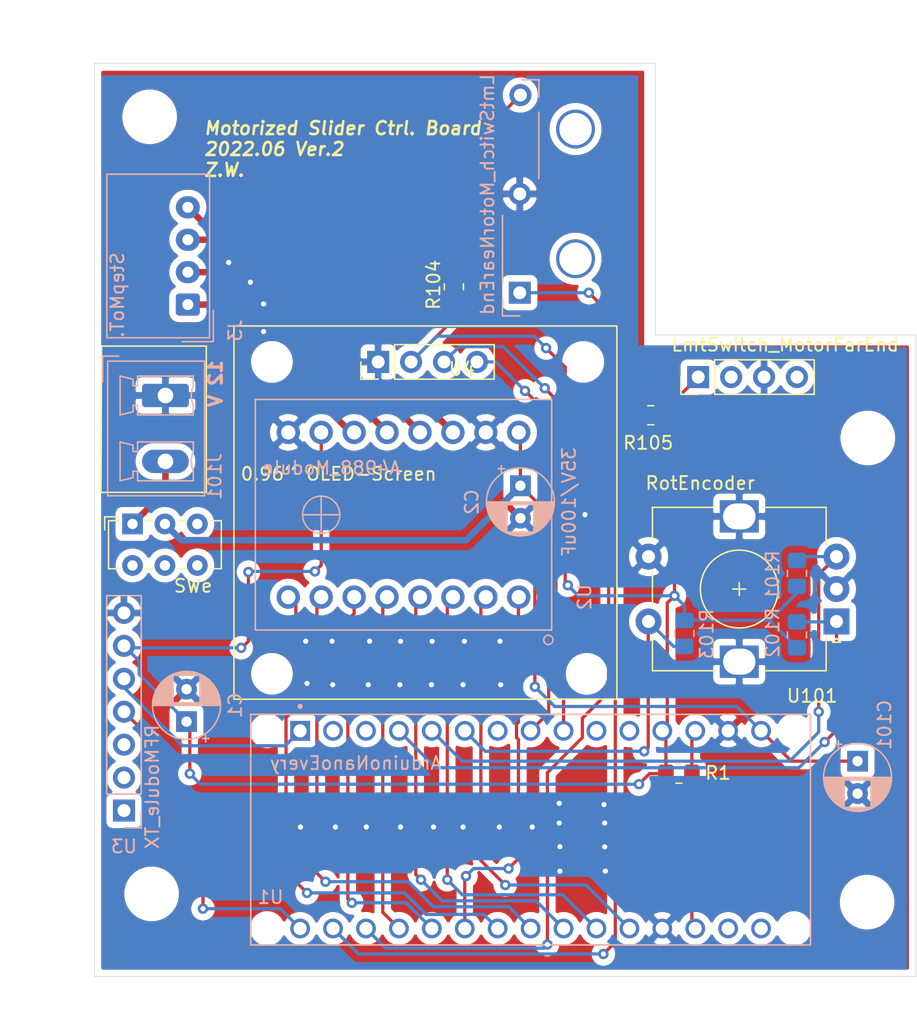
<source format=kicad_pcb>
(kicad_pcb (version 20171130) (host pcbnew "(5.1.7)-1")
  (layers (0 F.Cu signal) (31 B.Cu signal) (34 B.Paste user) (35 F.Paste user) (36 B.SilkS user) (37 F.SilkS user) (38 B.Mask user) (39 F.Mask user) (44 Edge.Cuts user))
  (net 0 "")
  (net 1 +5V)
  (net 2 GND)
  (net 3 +12V)
  (net 4 /LimSW_Near_NC)
  (net 5 /LimSW_Near_COM)
  (net 6 /LimSW_Far_NC)
  (net 7 /LimSW_Far_COM)
  (net 8 /Coil_A+)
  (net 9 /Coil_B-)
  (net 10 /Coil_B+)
  (net 11 /Coil_A-)
  (net 12 "Net-(J101-Pad2)")
  (net 13 /Encod_B)
  (net 14 /Encod_A)
  (net 15 /Encod_Btn)
  (net 16 /RFTX_Shutter)
  (net 17 /MD_RESET)
  (net 18 /MD_SLEEP)
  (net 19 /MD_EN)
  (net 20 /MD_DIR)
  (net 21 /MD_STEP)
  (net 22 /MD_MS3)
  (net 23 /MD_MS2)
  (net 24 /MD_MS1)
  (net 25 "Net-(U1-Pad17)")
  (net 26 "Net-(U1-Pad16)")
  (net 27 "Net-(U1-Pad11)")
  (net 28 "Net-(U1-Pad10)")
  (net 29 /OLED_SCL)
  (net 30 /OLED_SDA)
  (net 31 "Net-(U1-Pad7)")
  (net 32 "Net-(U1-Pad3)")
  (net 33 +3V3)
  (net 34 /RFTX_FOUCUS)
  (net 35 "Net-(U3-Pad1)")
  (net 36 "Net-(U3-Pad2)")
  (net 37 "Net-(U3-Pad3)")
  (net 38 "Net-(J103-Pad4)")
  (net 39 /~RESET)
  (module 00_Pj_Slider:Molex_SPOX_4Pol (layer B.Cu) (at 127.4064 101.0412 90)
    (fp_text reference J3 (at 2.0828 1.9812 90) (layer B.SilkS) (effects (justify mirror)))
    (fp_text value "StepMoT. " (at 4.4196 -7.112 90) (layer B.SilkS) (effects (justify mirror)))
    (pad 1 thru_hole roundrect (at 4.064 -1.6764 90) (size 1.7 1.85) (drill 0.85) (layers *.Cu *.Mask) (roundrect_rratio 0.147059) (net 11 /Coil_A-))
    (pad 3 thru_hole oval (at 9.064 -1.6764 90) (size 1.7 1.85) (drill 0.85) (layers *.Cu *.Mask) (net 10 /Coil_B+))
    (pad 4 thru_hole oval (at 11.564 -1.6764 90) (size 1.7 1.85) (drill 0.85) (layers *.Cu *.Mask) (net 9 /Coil_B-))
    (pad 2 thru_hole oval (at 6.564 -1.6764 90) (size 1.7 1.85) (drill 0.85) (layers *.Cu *.Mask) (net 8 /Coil_A+))
  )
  (module 00_Pj_Slider:LimitSwitch_3-Pin_MH-included (layer B.Cu) (at 151.638 88.4428)
    (fp_text reference J102 hide)
    (fp_text value LmtSwitch_MotorNearEnd (at -2.794 0.0508 -90) (layer B.SilkS) (effects (justify mirror)))
    (pad "" np_thru_hole oval (at 4 -5) (size 3 3) (drill 2.5) (layers *.Cu *.Mask))
    (pad "" np_thru_hole oval (at 4 5) (size 3 3) (drill 2.5) (layers *.Cu *.Mask))
    (pad 2 thru_hole oval (at -0.254 -7.62) (size 1.7 1.7) (drill 1) (layers *.Cu *.Mask) (net 4 /LimSW_Near_NC))
    (pad 1 thru_hole rect (at -0.3048 7.62) (size 1.7 1.7) (drill 1) (layers *.Cu *.Mask) (net 5 /LimSW_Near_COM))
    (pad 3 thru_hole oval (at -0.3048 0) (size 1.7 1.7) (drill 1) (layers *.Cu *.Mask) (net 2 GND))
  )
  (module 00_Pj_Slider:0.96-OLED (layer F.Cu) (at 146.8628 101.4476)
    (fp_text reference U4 (at 0 0.5) (layer F.SilkS))
    (fp_text value "0.96'' OLED-Screen" (at -9.4996 8.5852) (layer F.SilkS))
    (pad "" np_thru_hole circle (at 9.638 24) (size 2.2 2.2) (drill 2.2) (layers *.Cu *.Mask))
    (pad "" np_thru_hole circle (at -14.65 24) (size 2.2 2.2) (drill 2.2) (layers *.Cu *.Mask))
    (pad "" np_thru_hole circle (at -14.65 -0.05) (size 2.2 2.2) (drill 2.2) (layers *.Cu *.Mask))
    (pad "" np_thru_hole circle (at 9.368 -0.05) (size 2.2 2.2) (drill 2.2) (layers *.Cu *.Mask))
    (pad 3 thru_hole oval (at -1.3716 -0.0508 90) (size 1.7 1.7) (drill 1) (layers *.Cu *.Mask) (net 29 /OLED_SCL))
    (pad 4 thru_hole oval (at 1.1684 -0.0508 90) (size 1.7 1.7) (drill 1) (layers *.Cu *.Mask) (net 30 /OLED_SDA))
    (pad 1 thru_hole rect (at -6.4516 -0.0508 90) (size 1.7 1.7) (drill 1) (layers *.Cu *.Mask) (net 2 GND))
    (pad 2 thru_hole oval (at -3.9116 -0.0508 90) (size 1.7 1.7) (drill 1) (layers *.Cu *.Mask) (net 1 +5V))
  )
  (module Connector_PinHeader_2.54mm:PinHeader_1x04_P2.54mm_Vertical (layer F.Cu) (at 165.1 102.5652 90)
    (fp_text reference J103 hide)
    (fp_text value LmtSwitch_MotorFarEnd (at 2.4892 6.7056 180) (layer F.SilkS))
    (pad 4 thru_hole oval (at 0 7.62 90) (size 1.7 1.7) (drill 1) (layers *.Cu *.Mask) (net 38 "Net-(J103-Pad4)"))
    (pad 3 thru_hole oval (at 0 5.08 90) (size 1.7 1.7) (drill 1) (layers *.Cu *.Mask) (net 2 GND))
    (pad 2 thru_hole oval (at 0 2.54 90) (size 1.7 1.7) (drill 1) (layers *.Cu *.Mask) (net 6 /LimSW_Far_NC))
    (pad 1 thru_hole rect (at 0 0 90) (size 1.7 1.7) (drill 1) (layers *.Cu *.Mask) (net 7 /LimSW_Far_COM))
  )
  (module Button_Switch_THT:SW_E-Switch_EG1271_DPDT (layer F.Cu) (at 121.4628 113.8936)
    (fp_text reference SWe (at 4.6736 4.7752) (layer F.SilkS))
    (fp_text value SW_Push)
    (pad 6 thru_hole circle (at 5 3.2) (size 1.6 1.6) (drill 0.8) (layers *.Cu *.Mask))
    (pad 5 thru_hole circle (at 2.5 3.2) (size 1.6 1.6) (drill 0.8) (layers *.Cu *.Mask))
    (pad 4 thru_hole circle (at 0 3.2) (size 1.6 1.6) (drill 0.8) (layers *.Cu *.Mask))
    (pad 3 thru_hole circle (at 5 0) (size 1.6 1.6) (drill 0.8) (layers *.Cu *.Mask))
    (pad 2 thru_hole circle (at 2.5 0) (size 1.6 1.6) (drill 0.8) (layers *.Cu *.Mask) (net 3 +12V))
    (pad 1 thru_hole rect (at 0 0) (size 1.6 1.6) (drill 0.8) (layers *.Cu *.Mask) (net 12 "Net-(J101-Pad2)"))
  )
  (module Connector_PinSocket_2.54mm:PinSocket_1x07_P2.54mm_Vertical (layer B.Cu) (at 120.8024 135.9916)
    (fp_text reference U3 (at 0 2.77) (layer B.SilkS) (effects (justify mirror)))
    (fp_text value RFModule_TX (at 2.1844 -1.8288 90) (layer B.SilkS) (effects (justify mirror)))
    (pad 7 thru_hole oval (at 0 -15.24) (size 1.7 1.7) (drill 1) (layers *.Cu *.Mask) (net 2 GND))
    (pad 6 thru_hole oval (at 0 -12.7) (size 1.7 1.7) (drill 1) (layers *.Cu *.Mask) (net 1 +5V))
    (pad 5 thru_hole oval (at 0 -10.16) (size 1.7 1.7) (drill 1) (layers *.Cu *.Mask) (net 34 /RFTX_FOUCUS))
    (pad 4 thru_hole oval (at 0 -7.62) (size 1.7 1.7) (drill 1) (layers *.Cu *.Mask) (net 16 /RFTX_Shutter))
    (pad 3 thru_hole oval (at 0 -5.08) (size 1.7 1.7) (drill 1) (layers *.Cu *.Mask) (net 37 "Net-(U3-Pad3)"))
    (pad 2 thru_hole oval (at 0 -2.54) (size 1.7 1.7) (drill 1) (layers *.Cu *.Mask) (net 36 "Net-(U3-Pad2)"))
    (pad 1 thru_hole rect (at 0 0) (size 1.7 1.7) (drill 1) (layers *.Cu *.Mask) (net 35 "Net-(U3-Pad1)"))
  )
  (module MountingHole:MountingHole_3.2mm_M3 (layer F.Cu) (at 122.936 142.4178)
    (fp_text reference H101 hide)
    (fp_text value MH_PCB)
    (pad 1 np_thru_hole circle (at 0 0) (size 3.2 3.2) (drill 3.2) (layers *.Cu *.Mask))
  )
  (module Resistor_SMD:R_0805_2012Metric_Pad1.20x1.40mm_HandSolder (layer F.Cu) (at 161.4424 105.5116)
    (fp_text reference R105 (at -0.2032 2.1336 180) (layer F.SilkS))
    (fp_text value R)
    (pad 2 smd roundrect (at 1 0) (size 1.2 1.4) (layers F.Cu F.Paste F.Mask) (roundrect_rratio 0.2083325) (net 1 +5V))
    (pad 1 smd roundrect (at -1 0) (size 1.2 1.4) (layers F.Cu F.Paste F.Mask) (roundrect_rratio 0.2083325) (net 7 /LimSW_Far_COM))
  )
  (module Resistor_SMD:R_0805_2012Metric_Pad1.20x1.40mm_HandSolder (layer F.Cu) (at 163.6108 133.1468)
    (fp_text reference R1 (at 3.0132 -0.0508 -180) (layer F.SilkS))
    (fp_text value R)
    (pad 2 smd roundrect (at 1 0) (size 1.2 1.4) (layers F.Cu F.Paste F.Mask) (roundrect_rratio 0.2083325) (net 39 /~RESET))
    (pad 1 smd roundrect (at -1 0) (size 1.2 1.4) (layers F.Cu F.Paste F.Mask) (roundrect_rratio 0.2083325) (net 1 +5V))
  )
  (module Resistor_SMD:R_0805_2012Metric_Pad1.20x1.40mm_HandSolder (layer F.Cu) (at 146.2532 95.6056 270)
    (fp_text reference R104 (at -0.1524 1.5748 90) (layer F.SilkS))
    (fp_text value R)
    (pad 2 smd roundrect (at 1 0 270) (size 1.2 1.4) (layers F.Cu F.Paste F.Mask) (roundrect_rratio 0.2083325) (net 1 +5V))
    (pad 1 smd roundrect (at -1 0 270) (size 1.2 1.4) (layers F.Cu F.Paste F.Mask) (roundrect_rratio 0.2083325) (net 4 /LimSW_Near_NC))
  )
  (module Resistor_SMD:R_0805_2012Metric_Pad1.20x1.40mm_HandSolder (layer B.Cu) (at 164.0332 122.3264 270)
    (fp_text reference R103 (at 0.0508 -1.7272 270) (layer B.SilkS) (effects (justify mirror)))
    (fp_text value R)
    (pad 2 smd roundrect (at 1 0 270) (size 1.2 1.4) (layers B.Cu B.Paste B.Mask) (roundrect_rratio 0.2083325) (net 15 /Encod_Btn))
    (pad 1 smd roundrect (at -1 0 270) (size 1.2 1.4) (layers B.Cu B.Paste B.Mask) (roundrect_rratio 0.2083325) (net 1 +5V))
  )
  (module Resistor_SMD:R_0805_2012Metric_Pad1.20x1.40mm_HandSolder (layer B.Cu) (at 172.72 122.444 90)
    (fp_text reference R102 (at 0.1684 -1.8796 270) (layer B.SilkS) (effects (justify mirror)))
    (fp_text value R)
    (pad 2 smd roundrect (at 1 0 90) (size 1.2 1.4) (layers B.Cu B.Paste B.Mask) (roundrect_rratio 0.2083325) (net 14 /Encod_A))
    (pad 1 smd roundrect (at -1 0 90) (size 1.2 1.4) (layers B.Cu B.Paste B.Mask) (roundrect_rratio 0.2083325) (net 1 +5V))
  )
  (module Resistor_SMD:R_0805_2012Metric_Pad1.20x1.40mm_HandSolder (layer B.Cu) (at 172.72 117.7036 90)
    (fp_text reference R101 (at -0.1524 -1.8796 270) (layer B.SilkS) (effects (justify mirror)))
    (fp_text value R)
    (pad 2 smd roundrect (at 1 0 90) (size 1.2 1.4) (layers B.Cu B.Paste B.Mask) (roundrect_rratio 0.2083325) (net 13 /Encod_B))
    (pad 1 smd roundrect (at -1 0 90) (size 1.2 1.4) (layers B.Cu B.Paste B.Mask) (roundrect_rratio 0.2083325) (net 1 +5V))
  )
  (module Capacitor_THT:CP_Radial_D5.0mm_P2.50mm (layer B.Cu) (at 125.6284 129.1336 90)
    (fp_text reference C1 (at 1.25 3.75 270) (layer B.SilkS) (effects (justify mirror)))
    (fp_text value 10uF)
    (pad 1 thru_hole rect (at 0 0 90) (size 1.6 1.6) (drill 0.8) (layers *.Cu *.Mask) (net 1 +5V))
    (pad 2 thru_hole circle (at 2.5 0 90) (size 1.6 1.6) (drill 0.8) (layers *.Cu *.Mask) (net 2 GND))
  )
  (module Capacitor_THT:CP_Radial_D5.0mm_P2.50mm (layer B.Cu) (at 151.384 110.9472 270)
    (fp_text reference C2 (at 1.25 3.75 90) (layer B.SilkS) (effects (justify mirror)))
    (fp_text value 35V/100uF (at 1.25 -3.75 90) (layer B.SilkS) (effects (justify mirror)))
    (pad 2 thru_hole circle (at 2.5 0 270) (size 1.6 1.6) (drill 0.8) (layers *.Cu *.Mask) (net 2 GND))
    (pad 1 thru_hole rect (at 0 0 270) (size 1.6 1.6) (drill 0.8) (layers *.Cu *.Mask) (net 3 +12V))
  )
  (module Capacitor_THT:CP_Radial_D5.0mm_P2.50mm (layer B.Cu) (at 177.3936 132.1816 270)
    (fp_text reference C101 (at -2.794 -2.0828 90) (layer B.SilkS) (effects (justify mirror)))
    (fp_text value 10uF)
    (pad 1 thru_hole rect (at 0 0 270) (size 1.6 1.6) (drill 0.8) (layers *.Cu *.Mask) (net 3 +12V))
    (pad 2 thru_hole circle (at 2.5 0 270) (size 1.6 1.6) (drill 0.8) (layers *.Cu *.Mask) (net 2 GND))
  )
  (module 00_Pj_Slider:PhoenixContact_MCV_1,5_2-G-5.08_1x02_P5.08mm_Vertical (layer B.Cu) (at 124.0028 103.9876 270)
    (fp_text reference J101 (at 6.2484 -3.81 90) (layer B.SilkS) (effects (justify mirror)))
    (fp_text value Screw_Terminal_01x02)
    (pad 2 thru_hole oval (at 5.08 0 270) (size 1.8 3.6) (drill 1.2) (layers *.Cu *.Mask) (net 12 "Net-(J101-Pad2)"))
    (pad 1 thru_hole roundrect (at 0 0 270) (size 1.8 3.6) (drill 1.2) (layers *.Cu *.Mask) (roundrect_rratio 0.1388888888888889) (net 2 GND))
  )
  (module 00_Pj_Slider:MODULE_ArduinoNanoEvery (layer B.Cu) (at 152.1714 137.4648)
    (fp_text reference U1 (at -20.066 5.207) (layer B.SilkS) (effects (justify mirror)))
    (fp_text value ArduinoNanoEvery (at -13.4874 -5.1308) (layer B.SilkS) (effects (justify mirror)))
    (pad None np_thru_hole circle (at 20.32 -7.62) (size 1.651 1.651) (drill 1.651) (layers *.Cu *.Mask))
    (pad None np_thru_hole circle (at 20.32 7.62) (size 1.651 1.651) (drill 1.651) (layers *.Cu *.Mask))
    (pad None np_thru_hole circle (at -20.32 7.62) (size 1.651 1.651) (drill 1.651) (layers *.Cu *.Mask))
    (pad None np_thru_hole circle (at -20.32 -7.62) (size 1.651 1.651) (drill 1.651) (layers *.Cu *.Mask))
    (pad 30 thru_hole circle (at -17.78 7.62) (size 1.524 1.524) (drill 1.016) (layers *.Cu *.Mask) (net 16 /RFTX_Shutter))
    (pad 29 thru_hole circle (at -15.24 7.62) (size 1.524 1.524) (drill 1.016) (layers *.Cu *.Mask) (net 7 /LimSW_Far_COM))
    (pad 28 thru_hole circle (at -12.7 7.62) (size 1.524 1.524) (drill 1.016) (layers *.Cu *.Mask) (net 5 /LimSW_Near_COM))
    (pad 27 thru_hole circle (at -10.16 7.62) (size 1.524 1.524) (drill 1.016) (layers *.Cu *.Mask) (net 17 /MD_RESET))
    (pad 26 thru_hole circle (at -7.62 7.62) (size 1.524 1.524) (drill 1.016) (layers *.Cu *.Mask) (net 18 /MD_SLEEP))
    (pad 25 thru_hole circle (at -5.08 7.62) (size 1.524 1.524) (drill 1.016) (layers *.Cu *.Mask) (net 19 /MD_EN))
    (pad 24 thru_hole circle (at -2.54 7.62) (size 1.524 1.524) (drill 1.016) (layers *.Cu *.Mask) (net 20 /MD_DIR))
    (pad 23 thru_hole circle (at 0 7.62) (size 1.524 1.524) (drill 1.016) (layers *.Cu *.Mask) (net 21 /MD_STEP))
    (pad 22 thru_hole circle (at 2.54 7.62) (size 1.524 1.524) (drill 1.016) (layers *.Cu *.Mask) (net 22 /MD_MS3))
    (pad 21 thru_hole circle (at 5.08 7.62) (size 1.524 1.524) (drill 1.016) (layers *.Cu *.Mask) (net 23 /MD_MS2))
    (pad 20 thru_hole circle (at 7.62 7.62) (size 1.524 1.524) (drill 1.016) (layers *.Cu *.Mask) (net 24 /MD_MS1))
    (pad 19 thru_hole circle (at 10.16 7.62) (size 1.524 1.524) (drill 1.016) (layers *.Cu *.Mask) (net 2 GND))
    (pad 18 thru_hole circle (at 12.7 7.62) (size 1.524 1.524) (drill 1.016) (layers *.Cu *.Mask) (net 39 /~RESET))
    (pad 17 thru_hole circle (at 15.24 7.62) (size 1.524 1.524) (drill 1.016) (layers *.Cu *.Mask) (net 25 "Net-(U1-Pad17)"))
    (pad 16 thru_hole circle (at 17.78 7.62) (size 1.524 1.524) (drill 1.016) (layers *.Cu *.Mask) (net 26 "Net-(U1-Pad16)"))
    (pad 15 thru_hole circle (at 17.78 -7.62) (size 1.524 1.524) (drill 1.016) (layers *.Cu *.Mask) (net 3 +12V))
    (pad 14 thru_hole circle (at 15.24 -7.62) (size 1.524 1.524) (drill 1.016) (layers *.Cu *.Mask) (net 2 GND))
    (pad 13 thru_hole circle (at 12.7 -7.62) (size 1.524 1.524) (drill 1.016) (layers *.Cu *.Mask) (net 39 /~RESET))
    (pad 12 thru_hole circle (at 10.16 -7.62) (size 1.524 1.524) (drill 1.016) (layers *.Cu *.Mask) (net 1 +5V))
    (pad 11 thru_hole circle (at 7.62 -7.62) (size 1.524 1.524) (drill 1.016) (layers *.Cu *.Mask) (net 27 "Net-(U1-Pad11)"))
    (pad 10 thru_hole circle (at 5.08 -7.62) (size 1.524 1.524) (drill 1.016) (layers *.Cu *.Mask) (net 28 "Net-(U1-Pad10)"))
    (pad 9 thru_hole circle (at 2.54 -7.62) (size 1.524 1.524) (drill 1.016) (layers *.Cu *.Mask) (net 29 /OLED_SCL))
    (pad 8 thru_hole circle (at 0 -7.62) (size 1.524 1.524) (drill 1.016) (layers *.Cu *.Mask) (net 30 /OLED_SDA))
    (pad 7 thru_hole circle (at -2.54 -7.62) (size 1.524 1.524) (drill 1.016) (layers *.Cu *.Mask) (net 31 "Net-(U1-Pad7)"))
    (pad 6 thru_hole circle (at -5.08 -7.62) (size 1.524 1.524) (drill 1.016) (layers *.Cu *.Mask) (net 15 /Encod_Btn))
    (pad 5 thru_hole circle (at -7.62 -7.62) (size 1.524 1.524) (drill 1.016) (layers *.Cu *.Mask) (net 13 /Encod_B))
    (pad 4 thru_hole circle (at -10.16 -7.62) (size 1.524 1.524) (drill 1.016) (layers *.Cu *.Mask) (net 14 /Encod_A))
    (pad 3 thru_hole circle (at -12.7 -7.62) (size 1.524 1.524) (drill 1.016) (layers *.Cu *.Mask) (net 32 "Net-(U1-Pad3)"))
    (pad 2 thru_hole circle (at -15.24 -7.62) (size 1.524 1.524) (drill 1.016) (layers *.Cu *.Mask) (net 33 +3V3))
    (pad 1 thru_hole rect (at -17.78 -7.62) (size 1.524 1.524) (drill 1.016) (layers *.Cu *.Mask) (net 34 /RFTX_FOUCUS))
  )
  (module 00_Pj_Slider:Module_A4988 (layer B.Cu) (at 153.797 111.9124 90)
    (fp_text reference U2 (at -7.62 2.54 270) (layer B.SilkS) (effects (justify mirror)))
    (fp_text value A4988_Module (at 2.3368 -16.9926) (layer B.SilkS) (effects (justify mirror)))
    (pad 1 thru_hole circle (at -7.62 -2.54 90) (size 1.8 1.8) (drill 1.1) (layers *.Cu *.Mask) (net 19 /MD_EN))
    (pad 2 thru_hole circle (at -7.62 -5.08 90) (size 1.8 1.8) (drill 1.1) (layers *.Cu *.Mask) (net 24 /MD_MS1))
    (pad 3 thru_hole circle (at -7.62 -7.62 90) (size 1.8 1.8) (drill 1.1) (layers *.Cu *.Mask) (net 23 /MD_MS2))
    (pad 4 thru_hole circle (at -7.62 -10.16 90) (size 1.8 1.8) (drill 1.1) (layers *.Cu *.Mask) (net 22 /MD_MS3))
    (pad 5 thru_hole circle (at -7.62 -12.7 90) (size 1.8 1.8) (drill 1.1) (layers *.Cu *.Mask) (net 17 /MD_RESET))
    (pad 6 thru_hole circle (at -7.62 -15.24 90) (size 1.8 1.8) (drill 1.1) (layers *.Cu *.Mask) (net 18 /MD_SLEEP))
    (pad 7 thru_hole circle (at -7.62 -17.78 90) (size 1.8 1.8) (drill 1.1) (layers *.Cu *.Mask) (net 21 /MD_STEP))
    (pad 8 thru_hole circle (at -7.62 -20.32 90) (size 1.8 1.8) (drill 1.1) (layers *.Cu *.Mask) (net 20 /MD_DIR))
    (pad 9 thru_hole circle (at 5.08 -20.32 90) (size 1.8 1.8) (drill 1.1) (layers *.Cu *.Mask) (net 2 GND))
    (pad 10 thru_hole circle (at 5.08 -17.78 90) (size 1.8 1.8) (drill 1.1) (layers *.Cu *.Mask) (net 1 +5V))
    (pad 11 thru_hole circle (at 5.08 -15.24 90) (size 1.8 1.8) (drill 1.1) (layers *.Cu *.Mask) (net 11 /Coil_A-))
    (pad 12 thru_hole circle (at 5.08 -12.7 90) (size 1.8 1.8) (drill 1.1) (layers *.Cu *.Mask) (net 8 /Coil_A+))
    (pad 13 thru_hole circle (at 5.08 -10.16 90) (size 1.8 1.8) (drill 1.1) (layers *.Cu *.Mask) (net 10 /Coil_B+))
    (pad 14 thru_hole circle (at 5.08 -7.62 90) (size 1.8 1.8) (drill 1.1) (layers *.Cu *.Mask) (net 9 /Coil_B-))
    (pad 15 thru_hole circle (at 5.08 -5.08 90) (size 1.8 1.8) (drill 1.1) (layers *.Cu *.Mask) (net 2 GND))
    (pad 16 thru_hole circle (at 5.08 -2.54 90) (size 1.8 1.8) (drill 1.1) (layers *.Cu *.Mask) (net 3 +12V))
  )
  (module 00_Pj_Slider:RotEncoder (layer F.Cu) (at 168.3004 118.9228 180)
    (fp_text reference U101 (at -5.588 -8.2296) (layer F.SilkS))
    (fp_text value RotEncoder (at 3.048 8.1788) (layer F.SilkS))
    (pad S1 thru_hole circle (at 7.0324 -2.4892 180) (size 2 2) (drill 1) (layers *.Cu *.Mask) (net 15 /Encod_Btn))
    (pad A thru_hole rect (at -7.4676 -2.4892 180) (size 2 2) (drill 1) (layers *.Cu *.Mask) (net 14 /Encod_A))
    (pad C thru_hole circle (at -7.4676 0.0108 180) (size 2 2) (drill 1) (layers *.Cu *.Mask) (net 2 GND))
    (pad Shield thru_hole rect (at 0.0324 5.6108 180) (size 3 2.5) (drill oval 2.5 2) (layers *.Cu *.Mask) (net 2 GND))
    (pad B thru_hole circle (at -7.4676 2.5108 180) (size 2 2) (drill 1) (layers *.Cu *.Mask) (net 13 /Encod_B))
    (pad Shield thru_hole rect (at 0.0324 -5.5892 180) (size 3 2.5) (drill oval 2.5 2) (layers *.Cu *.Mask) (net 2 GND))
    (pad S2 thru_hole circle (at 7.0324 2.5108 180) (size 2 2) (drill 1) (layers *.Cu *.Mask) (net 2 GND))
  )
  (module MountingHole:MountingHole_3.2mm_M3 (layer F.Cu) (at 178.1302 143.0528)
    (fp_text reference H102 hide)
    (fp_text value MH_PCB)
    (pad 1 np_thru_hole circle (at 0 0) (size 3.2 3.2) (drill 3.2) (layers *.Cu *.Mask))
  )
  (module MountingHole:MountingHole_3.2mm_M3 (layer F.Cu) (at 178.181 107.2642)
    (fp_text reference H103 hide)
    (fp_text value MH_PCB)
    (pad 1 np_thru_hole circle (at 0 0) (size 3.2 3.2) (drill 3.2) (layers *.Cu *.Mask))
  )
  (module MountingHole:MountingHole_3.2mm_M3 (layer F.Cu) (at 122.7836 82.4992)
    (fp_text reference H104 hide)
    (fp_text value MH_PCB)
    (pad 1 np_thru_hole circle (at 0 0) (size 3.2 3.2) (drill 3.2) (layers *.Cu *.Mask))
  )
  (gr_line (start 119.0752 100.1776) (end 119.0244 111.4552) (layer F.SilkS) (width 0.12))
  (gr_line (start 127.1524 111.4552) (end 119.0244 111.4552) (layer F.SilkS) (width 0.12))
  (gr_line (start 127.1524 100.1776) (end 127.1524 111.4552) (layer F.SilkS) (width 0.12))
  (gr_line (start 119.0752 100.1776) (end 127.1524 100.1776) (layer F.SilkS) (width 0.12))
  (gr_text "Motorized Slider Ctrl. Board\n2022.06 Ver.2\nZ.W." (at 126.8984 84.9884) (layer F.SilkS) (effects (font (size 1 1) (thickness 0.2) italic) (justify left)))
  (gr_text "12 V" (at 127.8636 103.0732 90) (layer B.SilkS) (effects (font (size 1 1) (thickness 0.25)) (justify mirror)))
  (gr_line (start 158.8262 98.6282) (end 129.286 98.6282) (layer F.SilkS) (width 0.12))
  (gr_line (start 158.8262 127.4064) (end 158.8262 98.6282) (layer F.SilkS) (width 0.12))
  (gr_line (start 129.286 127.4064) (end 158.8262 127.4064) (layer F.SilkS) (width 0.12))
  (gr_line (start 129.286 98.6282) (end 129.286 127.4064) (layer F.SilkS) (width 0.12))
  (gr_line (start 161.798 78.359) (end 118.5164 78.359) (layer Edge.Cuts) (width 0.05))
  (gr_line (start 161.798 99.314) (end 161.798 78.359) (layer Edge.Cuts) (width 0.05))
  (gr_line (start 181.8894 99.314) (end 161.798 99.314) (layer Edge.Cuts) (width 0.05))
  (gr_line (start 181.8894 148.7932) (end 181.8894 99.314) (layer Edge.Cuts) (width 0.05))
  (gr_line (start 118.5164 148.7932) (end 181.8894 148.7932) (layer Edge.Cuts) (width 0.05))
  (gr_line (start 118.5164 78.359) (end 118.5164 148.7932) (layer Edge.Cuts) (width 0.05))
  (segment (start 170.6024 121.3264) (end 172.72 123.444) (width 0.25) (layer B.Cu) (net 1))
  (segment (start 164.0332 121.3264) (end 170.6024 121.3264) (width 0.25) (layer B.Cu) (net 1))
  (segment (start 172.72 119.2088) (end 170.6024 121.3264) (width 0.25) (layer B.Cu) (net 1))
  (segment (start 172.72 118.7036) (end 172.72 119.2088) (width 0.25) (layer B.Cu) (net 1))
  (via (at 125.8824 133.1468) (size 0.8) (drill 0.4) (layers F.Cu B.Cu) (net 1))
  (segment (start 136.017 106.8324) (end 136.017 116.967) (width 0.25) (layer F.Cu) (net 1))
  (via (at 135.5344 117.5512) (size 0.8) (drill 0.4) (layers F.Cu B.Cu) (net 1))
  (segment (start 136.017 117.0686) (end 135.5344 117.5512) (width 0.25) (layer F.Cu) (net 1))
  (segment (start 136.017 116.967) (end 136.017 117.0686) (width 0.25) (layer F.Cu) (net 1))
  (via (at 130.4036 117.602) (size 0.8) (drill 0.4) (layers F.Cu B.Cu) (net 1))
  (segment (start 135.5344 117.5512) (end 130.4544 117.5512) (width 0.25) (layer B.Cu) (net 1))
  (segment (start 130.4544 117.5512) (end 130.4036 117.602) (width 0.25) (layer B.Cu) (net 1))
  (via (at 153.3652 100.33) (size 0.8) (drill 0.4) (layers F.Cu B.Cu) (net 1))
  (via (at 163.2712 119.430804) (size 0.8) (drill 0.4) (layers F.Cu B.Cu) (net 1))
  (segment (start 163.0424 105.5116) (end 163.2712 105.7404) (width 0.25) (layer F.Cu) (net 1))
  (segment (start 164.0332 120.192804) (end 163.2712 119.430804) (width 0.25) (layer B.Cu) (net 1))
  (segment (start 164.0332 121.3264) (end 164.0332 120.192804) (width 0.25) (layer B.Cu) (net 1))
  (segment (start 162.4424 105.5116) (end 163.0424 105.5116) (width 0.25) (layer F.Cu) (net 1))
  (segment (start 163.2712 105.7404) (end 163.2712 119.430804) (width 0.25) (layer F.Cu) (net 1))
  (segment (start 152.4508 99.4156) (end 153.3652 100.33) (width 0.25) (layer B.Cu) (net 1))
  (segment (start 144.9324 99.4156) (end 152.4508 99.4156) (width 0.25) (layer B.Cu) (net 1))
  (segment (start 142.9512 101.3968) (end 144.9324 99.4156) (width 0.25) (layer B.Cu) (net 1))
  (via (at 155.0416 118.618) (size 0.8) (drill 0.4) (layers F.Cu B.Cu) (net 1))
  (segment (start 163.2712 119.430804) (end 155.854404 119.430804) (width 0.25) (layer B.Cu) (net 1))
  (segment (start 155.854404 119.430804) (end 155.0416 118.618) (width 0.25) (layer B.Cu) (net 1))
  (segment (start 162.6108 130.1242) (end 162.3314 129.8448) (width 0.25) (layer F.Cu) (net 1))
  (segment (start 162.6108 133.1468) (end 162.6108 130.1242) (width 0.25) (layer F.Cu) (net 1))
  (segment (start 162.7124 119.989604) (end 163.2712 119.430804) (width 0.25) (layer F.Cu) (net 1))
  (segment (start 162.7124 129.4638) (end 162.7124 119.989604) (width 0.25) (layer F.Cu) (net 1))
  (segment (start 162.3314 129.8448) (end 162.7124 129.4638) (width 0.25) (layer F.Cu) (net 1))
  (via (at 160.528 133.9596) (size 0.8) (drill 0.4) (layers F.Cu B.Cu) (net 1))
  (segment (start 162.6108 133.1468) (end 161.3408 133.1468) (width 0.25) (layer F.Cu) (net 1))
  (segment (start 161.3408 133.1468) (end 160.528 133.9596) (width 0.25) (layer F.Cu) (net 1))
  (segment (start 126.6952 133.9596) (end 160.528 133.9596) (width 0.25) (layer B.Cu) (net 1))
  (segment (start 125.8824 133.1468) (end 126.6952 133.9596) (width 0.25) (layer B.Cu) (net 1))
  (segment (start 146.2532 98.0948) (end 146.2532 96.6056) (width 0.25) (layer F.Cu) (net 1))
  (segment (start 142.9512 101.3968) (end 146.2532 98.0948) (width 0.25) (layer F.Cu) (net 1))
  (segment (start 121.977401 125.482601) (end 125.6284 129.1336) (width 0.25) (layer B.Cu) (net 1))
  (segment (start 121.977401 124.466601) (end 121.977401 125.482601) (width 0.25) (layer B.Cu) (net 1))
  (segment (start 120.8024 123.2916) (end 121.977401 124.466601) (width 0.25) (layer B.Cu) (net 1))
  (segment (start 125.8824 129.3876) (end 125.6284 129.1336) (width 0.25) (layer F.Cu) (net 1))
  (segment (start 125.8824 133.1468) (end 125.8824 129.3876) (width 0.25) (layer F.Cu) (net 1))
  (segment (start 154.8384 101.8032) (end 154.8384 118.4148) (width 0.25) (layer F.Cu) (net 1))
  (segment (start 154.8384 118.4148) (end 155.0416 118.618) (width 0.25) (layer F.Cu) (net 1))
  (segment (start 153.3652 100.33) (end 154.8384 101.8032) (width 0.25) (layer F.Cu) (net 1))
  (segment (start 130.4036 117.602) (end 130.4036 122.936) (width 0.25) (layer F.Cu) (net 1))
  (via (at 129.8448 123.444) (size 0.8) (drill 0.4) (layers F.Cu B.Cu) (net 1))
  (segment (start 129.8956 123.444) (end 129.8448 123.444) (width 0.25) (layer F.Cu) (net 1))
  (segment (start 130.4036 122.936) (end 129.8956 123.444) (width 0.25) (layer F.Cu) (net 1))
  (segment (start 120.9548 123.444) (end 120.8024 123.2916) (width 0.25) (layer B.Cu) (net 1))
  (segment (start 129.8448 123.444) (end 120.9548 123.444) (width 0.25) (layer B.Cu) (net 1))
  (segment (start 148.7824 106.8978) (end 148.717 106.8324) (width 0.5) (layer F.Cu) (net 2))
  (via (at 156.3624 113.1824) (size 0.8) (drill 0.4) (layers F.Cu B.Cu) (net 2))
  (via (at 128.8796 93.726) (size 0.8) (drill 0.4) (layers F.Cu B.Cu) (net 2))
  (via (at 130.556 95.25) (size 0.8) (drill 0.4) (layers F.Cu B.Cu) (net 2))
  (via (at 131.572 96.9264) (size 0.8) (drill 0.4) (layers F.Cu B.Cu) (net 2))
  (via (at 131.572 99.06) (size 0.8) (drill 0.4) (layers F.Cu B.Cu) (net 2))
  (via (at 137.1092 137.2616) (size 0.8) (drill 0.4) (layers F.Cu B.Cu) (net 2))
  (via (at 139.4968 137.2616) (size 0.8) (drill 0.4) (layers F.Cu B.Cu) (net 2))
  (via (at 142.1384 137.2616) (size 0.8) (drill 0.4) (layers F.Cu B.Cu) (net 2))
  (via (at 144.6784 137.2616) (size 0.8) (drill 0.4) (layers F.Cu B.Cu) (net 2))
  (via (at 146.9644 137.2616) (size 0.8) (drill 0.4) (layers F.Cu B.Cu) (net 2))
  (via (at 149.7584 137.2616) (size 0.8) (drill 0.4) (layers F.Cu B.Cu) (net 2))
  (via (at 152.2984 137.2616) (size 0.8) (drill 0.4) (layers F.Cu B.Cu) (net 2))
  (via (at 136.8552 122.936) (size 0.8) (drill 0.4) (layers F.Cu B.Cu) (net 2))
  (via (at 136.906 126.2888) (size 0.8) (drill 0.4) (layers F.Cu B.Cu) (net 2))
  (via (at 139.7508 122.936) (size 0.8) (drill 0.4) (layers F.Cu B.Cu) (net 2))
  (via (at 139.6492 126.2888) (size 0.8) (drill 0.4) (layers F.Cu B.Cu) (net 2))
  (via (at 142.1384 122.936) (size 0.8) (drill 0.4) (layers F.Cu B.Cu) (net 2))
  (via (at 142.0876 126.2888) (size 0.8) (drill 0.4) (layers F.Cu B.Cu) (net 2))
  (via (at 144.5768 122.936) (size 0.8) (drill 0.4) (layers F.Cu B.Cu) (net 2))
  (via (at 144.526 126.2888) (size 0.8) (drill 0.4) (layers F.Cu B.Cu) (net 2))
  (via (at 147.066 122.936) (size 0.8) (drill 0.4) (layers F.Cu B.Cu) (net 2))
  (via (at 146.9644 126.2888) (size 0.8) (drill 0.4) (layers F.Cu B.Cu) (net 2))
  (via (at 149.8092 122.936) (size 0.8) (drill 0.4) (layers F.Cu B.Cu) (net 2))
  (via (at 149.86 126.2888) (size 0.8) (drill 0.4) (layers F.Cu B.Cu) (net 2))
  (via (at 157.8356 135.5344) (size 0.8) (drill 0.4) (layers F.Cu B.Cu) (net 2))
  (via (at 157.8864 136.9568) (size 0.8) (drill 0.4) (layers F.Cu B.Cu) (net 2))
  (via (at 157.8864 138.7856) (size 0.8) (drill 0.4) (layers F.Cu B.Cu) (net 2))
  (via (at 157.9372 140.6652) (size 0.8) (drill 0.4) (layers F.Cu B.Cu) (net 2))
  (via (at 154.3812 135.4328) (size 0.8) (drill 0.4) (layers F.Cu B.Cu) (net 2))
  (via (at 154.3812 136.9568) (size 0.8) (drill 0.4) (layers F.Cu B.Cu) (net 2))
  (via (at 154.432 138.7856) (size 0.8) (drill 0.4) (layers F.Cu B.Cu) (net 2))
  (via (at 154.432 140.6652) (size 0.8) (drill 0.4) (layers F.Cu B.Cu) (net 2))
  (via (at 134.8232 122.936) (size 0.8) (drill 0.4) (layers F.Cu B.Cu) (net 2))
  (via (at 134.9248 126.1872) (size 0.8) (drill 0.4) (layers F.Cu B.Cu) (net 2))
  (via (at 134.4168 137.2616) (size 0.8) (drill 0.4) (layers F.Cu B.Cu) (net 2))
  (segment (start 172.2882 132.1816) (end 169.9514 129.8448) (width 0.25) (layer F.Cu) (net 3))
  (segment (start 177.3936 132.1816) (end 172.2882 132.1816) (width 0.25) (layer F.Cu) (net 3))
  (segment (start 147.187599 115.143601) (end 151.384 110.9472) (width 0.5) (layer B.Cu) (net 3))
  (segment (start 125.212801 115.143601) (end 147.187599 115.143601) (width 0.5) (layer B.Cu) (net 3))
  (segment (start 123.9628 113.8936) (end 125.212801 115.143601) (width 0.5) (layer B.Cu) (net 3))
  (segment (start 151.384 106.9594) (end 151.257 106.8324) (width 0.25) (layer F.Cu) (net 3))
  (segment (start 151.384 110.9472) (end 151.384 106.9594) (width 0.25) (layer F.Cu) (net 3))
  (segment (start 169.9514 129.8448) (end 168.0718 127.9652) (width 0.25) (layer B.Cu) (net 3))
  (via (at 152.5016 126.4412) (size 0.8) (drill 0.4) (layers F.Cu B.Cu) (net 3))
  (segment (start 154.0256 127.9652) (end 152.5016 126.4412) (width 0.25) (layer B.Cu) (net 3))
  (segment (start 168.0718 127.9652) (end 154.0256 127.9652) (width 0.25) (layer B.Cu) (net 3))
  (segment (start 152.509001 112.907199) (end 152.5016 112.899798) (width 0.25) (layer F.Cu) (net 3))
  (segment (start 152.509001 113.987201) (end 152.509001 112.907199) (width 0.25) (layer F.Cu) (net 3))
  (segment (start 152.5016 112.0648) (end 151.384 110.9472) (width 0.25) (layer F.Cu) (net 3))
  (segment (start 152.5016 113.994602) (end 152.509001 113.987201) (width 0.25) (layer F.Cu) (net 3))
  (segment (start 152.5016 112.899798) (end 152.5016 112.0648) (width 0.25) (layer F.Cu) (net 3))
  (segment (start 152.5016 126.4412) (end 152.5016 113.994602) (width 0.25) (layer F.Cu) (net 3))
  (segment (start 148.1836 84.0232) (end 151.384 80.8228) (width 0.25) (layer F.Cu) (net 4))
  (segment (start 147.7772 84.4296) (end 148.1836 84.0232) (width 0.25) (layer F.Cu) (net 4))
  (segment (start 147.7772 93.0816) (end 147.7772 84.4296) (width 0.25) (layer F.Cu) (net 4))
  (segment (start 146.2532 94.6056) (end 147.7772 93.0816) (width 0.25) (layer F.Cu) (net 4))
  (segment (start 139.4714 145.0848) (end 140.98719 146.60059) (width 0.25) (layer B.Cu) (net 5))
  (via (at 153.4668 146.3256) (size 0.8) (drill 0.4) (layers F.Cu B.Cu) (net 5))
  (segment (start 153.19181 146.60059) (end 153.4668 146.3256) (width 0.25) (layer B.Cu) (net 5))
  (segment (start 140.98719 146.60059) (end 153.19181 146.60059) (width 0.25) (layer B.Cu) (net 5))
  (via (at 156.6672 96.0628) (size 0.8) (drill 0.4) (layers F.Cu B.Cu) (net 5))
  (segment (start 156.6672 96.0628) (end 151.3332 96.0628) (width 0.25) (layer B.Cu) (net 5))
  (segment (start 158.1912 97.5868) (end 156.6672 96.0628) (width 0.25) (layer F.Cu) (net 5))
  (segment (start 158.1912 126.8476) (end 158.1912 97.5868) (width 0.25) (layer F.Cu) (net 5))
  (segment (start 156.164399 128.874401) (end 158.1912 126.8476) (width 0.25) (layer F.Cu) (net 5))
  (segment (start 156.164399 130.366561) (end 156.164399 128.874401) (width 0.25) (layer F.Cu) (net 5))
  (segment (start 153.4668 133.06416) (end 156.164399 130.366561) (width 0.25) (layer F.Cu) (net 5))
  (segment (start 153.4668 146.3256) (end 153.4668 133.06416) (width 0.25) (layer F.Cu) (net 5))
  (via (at 157.7848 147.0506) (size 0.8) (drill 0.4) (layers F.Cu B.Cu) (net 7))
  (segment (start 158.704399 146.131001) (end 157.7848 147.0506) (width 0.25) (layer F.Cu) (net 7))
  (segment (start 158.704399 107.249601) (end 158.704399 146.131001) (width 0.25) (layer F.Cu) (net 7))
  (segment (start 160.4424 105.5116) (end 158.704399 107.249601) (width 0.25) (layer F.Cu) (net 7))
  (segment (start 138.8972 147.0506) (end 136.9314 145.0848) (width 0.25) (layer B.Cu) (net 7))
  (segment (start 157.7848 147.0506) (end 138.8972 147.0506) (width 0.25) (layer B.Cu) (net 7))
  (segment (start 163.17861 104.48659) (end 165.1 102.5652) (width 0.25) (layer F.Cu) (net 7))
  (segment (start 161.46741 104.48659) (end 163.17861 104.48659) (width 0.25) (layer F.Cu) (net 7))
  (segment (start 160.4424 105.5116) (end 161.46741 104.48659) (width 0.25) (layer F.Cu) (net 7))
  (segment (start 137.5664 105.1052) (end 139.3698 105.1052) (width 0.5) (layer F.Cu) (net 8))
  (segment (start 136.558022 104.096822) (end 137.5664 105.1052) (width 0.5) (layer F.Cu) (net 8))
  (segment (start 139.3698 105.1052) (end 141.097 106.8324) (width 0.5) (layer F.Cu) (net 8))
  (segment (start 129.94981 101.85741) (end 132.189222 104.096822) (width 0.5) (layer F.Cu) (net 8))
  (segment (start 129.94981 97.03141) (end 129.94981 101.85741) (width 0.5) (layer F.Cu) (net 8))
  (segment (start 132.189222 104.096822) (end 136.558022 104.096822) (width 0.5) (layer F.Cu) (net 8))
  (segment (start 127.3956 94.4772) (end 129.94981 97.03141) (width 0.5) (layer F.Cu) (net 8))
  (segment (start 125.73 94.4772) (end 127.3956 94.4772) (width 0.5) (layer F.Cu) (net 8))
  (segment (start 127.2864 91.0336) (end 125.73 89.4772) (width 0.5) (layer F.Cu) (net 9))
  (segment (start 130.048 91.0336) (end 127.2864 91.0336) (width 0.5) (layer F.Cu) (net 9))
  (segment (start 133.9596 94.9452) (end 130.048 91.0336) (width 0.5) (layer F.Cu) (net 9))
  (segment (start 133.9596 99.1616) (end 133.9596 94.9452) (width 0.5) (layer F.Cu) (net 9))
  (segment (start 138.3792 103.5812) (end 133.9596 99.1616) (width 0.5) (layer F.Cu) (net 9))
  (segment (start 142.9258 103.5812) (end 138.3792 103.5812) (width 0.5) (layer F.Cu) (net 9))
  (segment (start 146.177 106.8324) (end 142.9258 103.5812) (width 0.5) (layer F.Cu) (net 9))
  (segment (start 143.637 106.8324) (end 141.085811 104.281211) (width 0.5) (layer F.Cu) (net 10))
  (segment (start 141.085811 104.281211) (end 138.089246 104.281211) (width 0.5) (layer F.Cu) (net 10))
  (segment (start 133.1976 95.175) (end 129.9998 91.9772) (width 0.5) (layer F.Cu) (net 10))
  (segment (start 138.089246 104.281211) (end 133.1976 99.389565) (width 0.5) (layer F.Cu) (net 10))
  (segment (start 133.1976 99.389565) (end 133.1976 95.175) (width 0.5) (layer F.Cu) (net 10))
  (segment (start 129.9998 91.9772) (end 128.5748 91.9772) (width 0.5) (layer F.Cu) (net 10))
  (segment (start 128.5748 91.9772) (end 125.73 91.9772) (width 0.5) (layer F.Cu) (net 10))
  (segment (start 129.0828 97.4852) (end 128.5748 96.9772) (width 0.5) (layer F.Cu) (net 11))
  (segment (start 129.0828 102.2604) (end 129.0828 97.4852) (width 0.5) (layer F.Cu) (net 11))
  (segment (start 131.619233 104.796833) (end 129.0828 102.2604) (width 0.5) (layer F.Cu) (net 11))
  (segment (start 136.268069 104.796833) (end 131.619233 104.796833) (width 0.5) (layer F.Cu) (net 11))
  (segment (start 138.303636 106.8324) (end 136.268069 104.796833) (width 0.5) (layer F.Cu) (net 11))
  (segment (start 138.557 106.8324) (end 138.303636 106.8324) (width 0.5) (layer F.Cu) (net 11))
  (segment (start 128.5748 96.9772) (end 125.73 96.9772) (width 0.5) (layer F.Cu) (net 11))
  (segment (start 124.0028 111.3536) (end 121.4628 113.8936) (width 0.5) (layer F.Cu) (net 12))
  (segment (start 124.0028 109.0676) (end 124.0028 111.3536) (width 0.5) (layer F.Cu) (net 12))
  (segment (start 175.768 116.412) (end 174.3964 117.7836) (width 0.25) (layer F.Cu) (net 13))
  (segment (start 174.3964 117.7836) (end 174.3964 128.3716) (width 0.25) (layer F.Cu) (net 13))
  (via (at 174.3964 128.3716) (size 0.8) (drill 0.4) (layers F.Cu B.Cu) (net 13))
  (segment (start 173.0116 116.412) (end 172.72 116.7036) (width 0.25) (layer B.Cu) (net 13))
  (segment (start 175.768 116.412) (end 173.0116 116.412) (width 0.25) (layer B.Cu) (net 13))
  (segment (start 174.3964 129.9464) (end 174.3964 128.3716) (width 0.25) (layer B.Cu) (net 13))
  (segment (start 172.1612 132.1816) (end 174.3964 129.9464) (width 0.25) (layer B.Cu) (net 13))
  (segment (start 146.8882 132.1816) (end 172.1612 132.1816) (width 0.25) (layer B.Cu) (net 13))
  (segment (start 144.5514 129.8448) (end 146.8882 132.1816) (width 0.25) (layer B.Cu) (net 13))
  (segment (start 175.736 121.444) (end 175.768 121.412) (width 0.25) (layer B.Cu) (net 14))
  (segment (start 172.72 121.444) (end 175.736 121.444) (width 0.25) (layer B.Cu) (net 14))
  (segment (start 175.768 121.412) (end 175.768 129.794) (width 0.25) (layer F.Cu) (net 14))
  (segment (start 175.768 129.794) (end 174.8536 130.7084) (width 0.25) (layer F.Cu) (net 14))
  (via (at 174.8536 130.7084) (size 0.8) (drill 0.4) (layers F.Cu B.Cu) (net 14))
  (segment (start 172.8724 132.6896) (end 174.8536 130.7084) (width 0.25) (layer B.Cu) (net 14))
  (segment (start 144.8562 132.6896) (end 172.8724 132.6896) (width 0.25) (layer B.Cu) (net 14))
  (segment (start 142.0114 129.8448) (end 144.8562 132.6896) (width 0.25) (layer B.Cu) (net 14))
  (segment (start 163.1824 123.3264) (end 161.268 121.412) (width 0.25) (layer B.Cu) (net 15))
  (segment (start 164.0332 123.3264) (end 163.1824 123.3264) (width 0.25) (layer B.Cu) (net 15))
  (via (at 160.9344 131.4196) (size 0.8) (drill 0.4) (layers F.Cu B.Cu) (net 15))
  (segment (start 161.244399 131.109601) (end 160.9344 131.4196) (width 0.25) (layer F.Cu) (net 15))
  (segment (start 161.244399 121.435601) (end 161.244399 131.109601) (width 0.25) (layer F.Cu) (net 15))
  (segment (start 161.268 121.412) (end 161.244399 121.435601) (width 0.25) (layer F.Cu) (net 15))
  (segment (start 148.6662 131.4196) (end 147.0914 129.8448) (width 0.25) (layer B.Cu) (net 15))
  (segment (start 160.9344 131.4196) (end 148.6662 131.4196) (width 0.25) (layer B.Cu) (net 15))
  (via (at 126.8984 143.5608) (size 0.8) (drill 0.4) (layers F.Cu B.Cu) (net 16))
  (segment (start 132.8674 143.5608) (end 134.3914 145.0848) (width 0.25) (layer B.Cu) (net 16))
  (segment (start 126.8984 143.5608) (end 132.8674 143.5608) (width 0.25) (layer B.Cu) (net 16))
  (segment (start 126.8984 138.9888) (end 126.8984 143.5608) (width 0.25) (layer F.Cu) (net 16))
  (segment (start 124.0028 131.572) (end 124.0028 136.0932) (width 0.25) (layer F.Cu) (net 16))
  (segment (start 124.0028 136.0932) (end 126.8984 138.9888) (width 0.25) (layer F.Cu) (net 16))
  (segment (start 120.8024 128.3716) (end 124.0028 131.572) (width 0.25) (layer F.Cu) (net 16))
  (segment (start 140.7668 143.8402) (end 142.0114 145.0848) (width 0.25) (layer F.Cu) (net 17))
  (segment (start 141.097 119.5324) (end 140.7668 119.8626) (width 0.25) (layer F.Cu) (net 17))
  (segment (start 140.7668 119.8626) (end 140.7668 143.8402) (width 0.25) (layer F.Cu) (net 17))
  (segment (start 144.5514 145.0848) (end 142.5702 143.1036) (width 0.25) (layer B.Cu) (net 18))
  (segment (start 142.5702 143.1036) (end 138.3792 143.1036) (width 0.25) (layer B.Cu) (net 18))
  (via (at 138.3792 143.1036) (size 0.8) (drill 0.4) (layers F.Cu B.Cu) (net 18))
  (segment (start 138.0744 142.7988) (end 138.3792 143.1036) (width 0.25) (layer F.Cu) (net 18))
  (segment (start 138.0744 121.287792) (end 138.0744 142.7988) (width 0.25) (layer F.Cu) (net 18))
  (segment (start 138.557 120.805192) (end 138.0744 121.287792) (width 0.25) (layer F.Cu) (net 18))
  (segment (start 138.557 119.5324) (end 138.557 120.805192) (width 0.25) (layer F.Cu) (net 18))
  (via (at 147.183948 141.046467) (size 0.8) (drill 0.4) (layers F.Cu B.Cu) (net 19))
  (segment (start 147.0914 145.0848) (end 147.0914 141.139015) (width 0.25) (layer F.Cu) (net 19))
  (segment (start 147.0914 141.139015) (end 147.183948 141.046467) (width 0.25) (layer F.Cu) (net 19))
  (segment (start 147.768415 140.462) (end 150.4696 140.462) (width 0.25) (layer B.Cu) (net 19))
  (segment (start 147.183948 141.046467) (end 147.768415 140.462) (width 0.25) (layer B.Cu) (net 19))
  (via (at 150.4696 140.462) (size 0.8) (drill 0.4) (layers F.Cu B.Cu) (net 19))
  (segment (start 151.2316 130.513762) (end 151.2316 139.7) (width 0.25) (layer F.Cu) (net 19))
  (segment (start 151.084399 129.323039) (end 151.084399 130.366561) (width 0.25) (layer F.Cu) (net 19))
  (segment (start 151.2316 129.175838) (end 151.084399 129.323039) (width 0.25) (layer F.Cu) (net 19))
  (segment (start 151.2316 119.5578) (end 151.2316 129.175838) (width 0.25) (layer F.Cu) (net 19))
  (segment (start 151.2316 139.7) (end 150.4696 140.462) (width 0.25) (layer F.Cu) (net 19))
  (segment (start 151.084399 130.366561) (end 151.2316 130.513762) (width 0.25) (layer F.Cu) (net 19))
  (segment (start 151.257 119.5324) (end 151.2316 119.5578) (width 0.25) (layer F.Cu) (net 19))
  (via (at 134.9248 142.3416) (size 0.8) (drill 0.4) (layers F.Cu B.Cu) (net 20))
  (segment (start 148.544399 143.997799) (end 144.100809 143.997799) (width 0.25) (layer B.Cu) (net 20))
  (segment (start 149.6314 145.0848) (end 148.544399 143.997799) (width 0.25) (layer B.Cu) (net 20))
  (segment (start 144.100809 143.997799) (end 142.44461 142.3416) (width 0.25) (layer B.Cu) (net 20))
  (segment (start 142.44461 142.3416) (end 134.9248 142.3416) (width 0.25) (layer B.Cu) (net 20))
  (segment (start 133.304399 140.721199) (end 134.9248 142.3416) (width 0.25) (layer F.Cu) (net 20))
  (segment (start 133.304399 128.822799) (end 133.304399 140.721199) (width 0.25) (layer F.Cu) (net 20))
  (segment (start 134.0612 128.065998) (end 133.304399 128.822799) (width 0.25) (layer F.Cu) (net 20))
  (segment (start 134.0612 120.1166) (end 134.0612 128.065998) (width 0.25) (layer F.Cu) (net 20))
  (segment (start 133.477 119.5324) (end 134.0612 120.1166) (width 0.25) (layer F.Cu) (net 20))
  (via (at 136.3472 141.478) (size 0.8) (drill 0.4) (layers F.Cu B.Cu) (net 21))
  (segment (start 135.6868 119.8626) (end 135.6868 140.8176) (width 0.25) (layer F.Cu) (net 21))
  (segment (start 152.1714 145.0848) (end 150.495 143.4084) (width 0.25) (layer B.Cu) (net 21))
  (segment (start 150.495 143.4084) (end 144.6784 143.4084) (width 0.25) (layer B.Cu) (net 21))
  (segment (start 135.6868 140.8176) (end 136.3472 141.478) (width 0.25) (layer F.Cu) (net 21))
  (segment (start 144.6784 143.4084) (end 142.748 141.478) (width 0.25) (layer B.Cu) (net 21))
  (segment (start 142.748 141.478) (end 136.3472 141.478) (width 0.25) (layer B.Cu) (net 21))
  (segment (start 136.017 119.5324) (end 135.6868 119.8626) (width 0.25) (layer F.Cu) (net 21))
  (segment (start 145.3388 142.9512) (end 143.7132 141.3256) (width 0.25) (layer B.Cu) (net 22))
  (segment (start 152.5778 142.9512) (end 145.3388 142.9512) (width 0.25) (layer B.Cu) (net 22))
  (segment (start 154.7114 145.0848) (end 152.5778 142.9512) (width 0.25) (layer B.Cu) (net 22))
  (segment (start 143.313201 140.925601) (end 143.7132 141.3256) (width 0.25) (layer F.Cu) (net 22))
  (segment (start 143.313201 119.856199) (end 143.313201 140.925601) (width 0.25) (layer F.Cu) (net 22))
  (via (at 143.7132 141.3256) (size 0.8) (drill 0.4) (layers F.Cu B.Cu) (net 22))
  (segment (start 143.637 119.5324) (end 143.313201 119.856199) (width 0.25) (layer F.Cu) (net 22))
  (via (at 145.7452 141.3256) (size 0.8) (drill 0.4) (layers F.Cu B.Cu) (net 23))
  (segment (start 154.653411 142.486811) (end 157.2514 145.0848) (width 0.25) (layer B.Cu) (net 23))
  (segment (start 146.906411 142.486811) (end 154.653411 142.486811) (width 0.25) (layer B.Cu) (net 23))
  (segment (start 145.7452 141.3256) (end 146.906411 142.486811) (width 0.25) (layer B.Cu) (net 23))
  (segment (start 145.7452 138.9888) (end 145.7452 141.3256) (width 0.25) (layer F.Cu) (net 23))
  (segment (start 145.7452 119.9642) (end 145.7452 138.9888) (width 0.25) (layer F.Cu) (net 23))
  (segment (start 146.177 119.5324) (end 145.7452 119.9642) (width 0.25) (layer F.Cu) (net 23))
  (via (at 150.2156 141.732) (size 0.8) (drill 0.4) (layers F.Cu B.Cu) (net 24))
  (segment (start 148.336 119.9134) (end 148.336 139.8524) (width 0.25) (layer F.Cu) (net 24))
  (segment (start 156.4386 141.732) (end 150.2156 141.732) (width 0.25) (layer B.Cu) (net 24))
  (segment (start 148.336 139.8524) (end 150.2156 141.732) (width 0.25) (layer F.Cu) (net 24))
  (segment (start 148.717 119.5324) (end 148.336 119.9134) (width 0.25) (layer F.Cu) (net 24))
  (segment (start 159.7914 145.0848) (end 156.4386 141.732) (width 0.25) (layer B.Cu) (net 24))
  (via (at 153.2636 103.4288) (size 0.8) (drill 0.4) (layers F.Cu B.Cu) (net 29))
  (segment (start 150.056599 100.221799) (end 153.2636 103.4288) (width 0.25) (layer B.Cu) (net 29))
  (segment (start 146.666201 100.221799) (end 150.056599 100.221799) (width 0.25) (layer B.Cu) (net 29))
  (segment (start 145.4912 101.3968) (end 146.666201 100.221799) (width 0.25) (layer B.Cu) (net 29))
  (segment (start 154.7114 122.35039) (end 154.7114 129.8448) (width 0.25) (layer F.Cu) (net 29))
  (segment (start 154.1272 121.76619) (end 154.7114 122.35039) (width 0.25) (layer F.Cu) (net 29))
  (segment (start 154.1272 104.2924) (end 154.1272 121.76619) (width 0.25) (layer F.Cu) (net 29))
  (segment (start 153.2636 103.4288) (end 154.1272 104.2924) (width 0.25) (layer F.Cu) (net 29))
  (via (at 151.7396 103.632) (size 0.8) (drill 0.4) (layers F.Cu B.Cu) (net 30))
  (segment (start 149.5044 101.3968) (end 151.7396 103.632) (width 0.25) (layer B.Cu) (net 30))
  (segment (start 148.0312 101.3968) (end 149.5044 101.3968) (width 0.25) (layer B.Cu) (net 30))
  (segment (start 153.5684 128.4478) (end 152.1714 129.8448) (width 0.25) (layer F.Cu) (net 30))
  (segment (start 153.5684 105.4608) (end 153.5684 128.4478) (width 0.25) (layer F.Cu) (net 30))
  (segment (start 151.7396 103.632) (end 153.5684 105.4608) (width 0.25) (layer F.Cu) (net 30))
  (segment (start 133.240899 130.995301) (end 134.3914 129.8448) (width 0.25) (layer B.Cu) (net 34))
  (segment (start 125.305099 130.995301) (end 133.240899 130.995301) (width 0.25) (layer B.Cu) (net 34))
  (segment (start 120.8024 126.492602) (end 125.305099 130.995301) (width 0.25) (layer B.Cu) (net 34))
  (segment (start 120.8024 125.8316) (end 120.8024 126.492602) (width 0.25) (layer B.Cu) (net 34))
  (segment (start 164.6108 130.1054) (end 164.8714 129.8448) (width 0.25) (layer F.Cu) (net 39))
  (segment (start 164.6108 133.1468) (end 164.6108 130.1054) (width 0.25) (layer F.Cu) (net 39))
  (segment (start 164.6108 144.8242) (end 164.8714 145.0848) (width 0.25) (layer F.Cu) (net 39))
  (segment (start 164.6108 133.1468) (end 164.6108 144.8242) (width 0.25) (layer F.Cu) (net 39))
  (zone (net 2) (net_name GND) (layer F.Cu) (connect_pads (clearance 0.508)) (min_thickness 0.254) (fill yes (arc_segments 32) (thermal_gap 0.508) (thermal_bridge_width 0.508))
    (polygon (pts (xy 160.9344 100.1268) (xy 181.5592 100.1268) (xy 181.5084 148.4884) (xy 118.7196 148.4884) (xy 118.7196 78.9432) (xy 160.9344 78.9432)))
  )
  (zone (net 2) (net_name GND) (layer B.Cu) (connect_pads (clearance 0.508)) (min_thickness 0.254) (fill yes (arc_segments 32) (thermal_gap 0.508) (thermal_bridge_width 0.508))
    (polygon (pts (xy 160.4772 100.1268) (xy 181.2036 100.2792) (xy 181.2036 148.2852) (xy 119.0752 148.2852) (xy 119.0752 79.2988) (xy 160.4772 79.2988)))
  )
  (zone (net 0) (net_name "") (layer F.Cu) (connect_pads (clearance 0.508)) (min_thickness 0.254)
    (keepout (tracks not_allowed) (vias not_allowed) (copperpour not_allowed))
    (fill (arc_segments 32) (thermal_gap 0.508) (thermal_bridge_width 0.508))
    (polygon (pts (xy 121.2088 111.252) (xy 118.8212 111.252) (xy 118.8212 106.8324) (xy 121.2088 106.8324)))
  )
)
</source>
